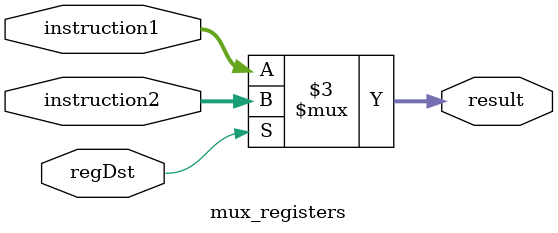
<source format=v>
module mux_registers(
    input wire [4:0] instruction1,
    input wire [4:0] instruction2,
    input wire regDst,
    output reg [4:0] result
);

    always @(*) begin
        case (regDst)
            1'b0: result <= instruction1;
            default: result <= instruction2;
        endcase
    end

endmodule
</source>
